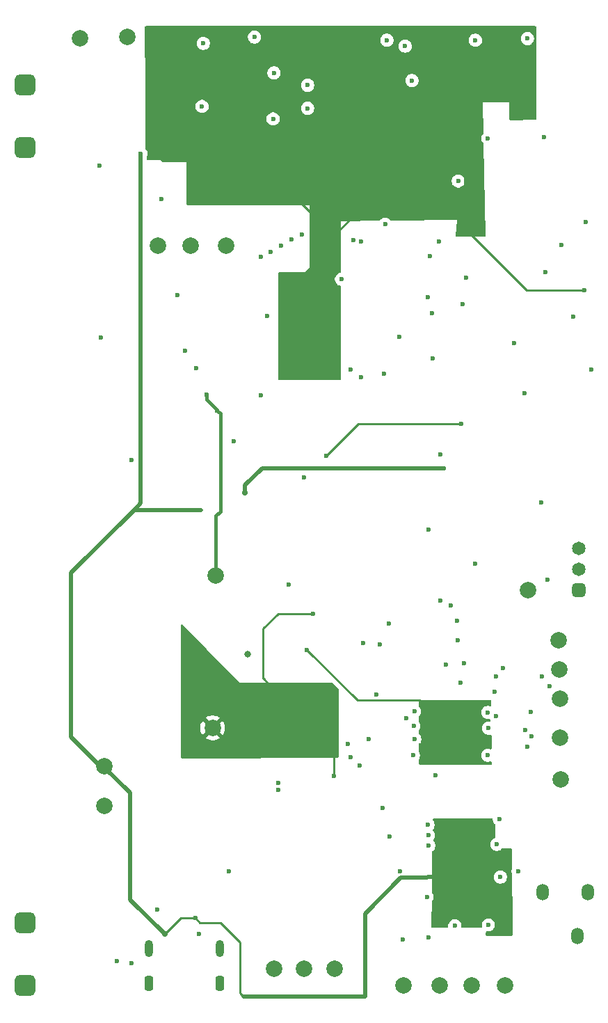
<source format=gbr>
%TF.GenerationSoftware,KiCad,Pcbnew,9.0.0*%
%TF.CreationDate,2025-08-08T14:04:16-04:00*%
%TF.ProjectId,Messages4,4d657373-6167-4657-9334-2e6b69636164,rev?*%
%TF.SameCoordinates,Original*%
%TF.FileFunction,Copper,L3,Inr*%
%TF.FilePolarity,Positive*%
%FSLAX46Y46*%
G04 Gerber Fmt 4.6, Leading zero omitted, Abs format (unit mm)*
G04 Created by KiCad (PCBNEW 9.0.0) date 2025-08-08 14:04:16*
%MOMM*%
%LPD*%
G01*
G04 APERTURE LIST*
G04 Aperture macros list*
%AMRoundRect*
0 Rectangle with rounded corners*
0 $1 Rounding radius*
0 $2 $3 $4 $5 $6 $7 $8 $9 X,Y pos of 4 corners*
0 Add a 4 corners polygon primitive as box body*
4,1,4,$2,$3,$4,$5,$6,$7,$8,$9,$2,$3,0*
0 Add four circle primitives for the rounded corners*
1,1,$1+$1,$2,$3*
1,1,$1+$1,$4,$5*
1,1,$1+$1,$6,$7*
1,1,$1+$1,$8,$9*
0 Add four rect primitives between the rounded corners*
20,1,$1+$1,$2,$3,$4,$5,0*
20,1,$1+$1,$4,$5,$6,$7,0*
20,1,$1+$1,$6,$7,$8,$9,0*
20,1,$1+$1,$8,$9,$2,$3,0*%
G04 Aperture macros list end*
%TA.AperFunction,ComponentPad*%
%ADD10C,2.000000*%
%TD*%
%TA.AperFunction,ComponentPad*%
%ADD11RoundRect,0.635000X-0.635000X-0.635000X0.635000X-0.635000X0.635000X0.635000X-0.635000X0.635000X0*%
%TD*%
%TA.AperFunction,ComponentPad*%
%ADD12RoundRect,0.635000X0.635000X0.635000X-0.635000X0.635000X-0.635000X-0.635000X0.635000X-0.635000X0*%
%TD*%
%TA.AperFunction,ComponentPad*%
%ADD13RoundRect,0.412500X0.412500X-0.412500X0.412500X0.412500X-0.412500X0.412500X-0.412500X-0.412500X0*%
%TD*%
%TA.AperFunction,ComponentPad*%
%ADD14C,1.650000*%
%TD*%
%TA.AperFunction,ComponentPad*%
%ADD15O,1.498600X2.006600*%
%TD*%
%TA.AperFunction,ComponentPad*%
%ADD16O,1.000000X2.100000*%
%TD*%
%TA.AperFunction,ComponentPad*%
%ADD17RoundRect,0.250000X-0.250000X-0.650000X0.250000X-0.650000X0.250000X0.650000X-0.250000X0.650000X0*%
%TD*%
%TA.AperFunction,ViaPad*%
%ADD18C,0.600000*%
%TD*%
%TA.AperFunction,ViaPad*%
%ADD19C,0.700000*%
%TD*%
%TA.AperFunction,ViaPad*%
%ADD20C,0.800000*%
%TD*%
%TA.AperFunction,Conductor*%
%ADD21C,0.500000*%
%TD*%
%TA.AperFunction,Conductor*%
%ADD22C,0.254000*%
%TD*%
%TA.AperFunction,Conductor*%
%ADD23C,0.400000*%
%TD*%
%TA.AperFunction,Conductor*%
%ADD24C,0.600000*%
%TD*%
G04 APERTURE END LIST*
D10*
%TO.N,Net-(-OUT_L1-Pad1)*%
%TO.C,-OUTL*%
X91175000Y-184500000D03*
%TD*%
%TO.N,Net-(U5--OUT_R)*%
%TO.C,-OUTR*%
X95025000Y-184500000D03*
%TD*%
%TO.N,Net-(U5-+OUT_R)*%
%TO.C,+OUTR*%
X99125000Y-184500000D03*
%TD*%
%TO.N,Net-(+OUT_L1-Pad1)*%
%TO.C,+OUTL*%
X86750000Y-184500000D03*
%TD*%
%TO.N,/Audio4/OUTL*%
%TO.C,OUTL1*%
X105925000Y-159450000D03*
%TD*%
%TO.N,GND*%
%TO.C,GND1*%
X50400000Y-162675000D03*
%TD*%
%TO.N,+5V*%
%TO.C,5V1*%
X63550000Y-153175000D03*
%TD*%
D11*
%TO.N,/Power4/ANODE*%
%TO.C,F1*%
X40700000Y-184477500D03*
X40700000Y-176857500D03*
D12*
%TO.N,/Power4/CATHODE*%
X40695000Y-82582500D03*
X40695000Y-74962500D03*
%TD*%
D13*
%TO.N,/Audio4/DAC_MONO*%
%TO.C,RV1*%
X108137500Y-136440000D03*
D14*
%TO.N,/Audio4/AMP_MONO*%
X108137500Y-133900000D03*
%TO.N,AGND*%
X108137500Y-131360000D03*
%TD*%
D10*
%TO.N,/I2S_LRCK*%
%TO.C,LRCK1*%
X105700000Y-146075000D03*
%TD*%
%TO.N,Net-(Q1-D)*%
%TO.C,DRAIN1*%
X65150000Y-94500000D03*
%TD*%
%TO.N,+5V*%
%TO.C,+5V1*%
X78400000Y-182500000D03*
%TD*%
D15*
%TO.N,AGND*%
%TO.C,J2*%
X107950124Y-178490435D03*
%TO.N,/Audio4/OUTL*%
X103699942Y-173190433D03*
%TO.N,/Audio4/OUTR*%
X109199941Y-173190433D03*
%TD*%
D10*
%TO.N,VBUS*%
%TO.C,VBUS1*%
X50400000Y-157850000D03*
%TD*%
%TO.N,/Audio4/OUTR*%
%TO.C,OUTR1*%
X105825000Y-154350000D03*
%TD*%
%TO.N,/Power4/CATHODE*%
%TO.C,HIV-1*%
X47425000Y-69250000D03*
%TD*%
%TO.N,/I2S_DOUT*%
%TO.C,DOUT1*%
X105650000Y-142500000D03*
%TD*%
%TO.N,/I2S_BCK*%
%TO.C,BCK1*%
X105800000Y-149675000D03*
%TD*%
%TO.N,Net-(D1-A)*%
%TO.C,STG1*%
X60900000Y-94500000D03*
%TD*%
%TO.N,+3.3V*%
%TO.C,+3.3V1*%
X63900000Y-134625000D03*
%TD*%
D16*
%TO.N,/MCU4/SHELL_GND*%
%TO.C,J1*%
X55780000Y-180070000D03*
X64420000Y-180070000D03*
D17*
X55780000Y-184250000D03*
X64420000Y-184250000D03*
%TD*%
D10*
%TO.N,/LAMP*%
%TO.C,LAMP1*%
X74675000Y-182525000D03*
%TD*%
%TO.N,Net-(Q1-G)*%
%TO.C,PWM1*%
X53175000Y-69150000D03*
%TD*%
%TO.N,GND*%
%TO.C,GND2*%
X71050000Y-182525000D03*
%TD*%
%TO.N,Net-(D1-K)*%
%TO.C,HIV+1*%
X56900000Y-94500000D03*
%TD*%
%TO.N,/Audio4/DAC_MONO*%
%TO.C,DAC_MONO1*%
X101925000Y-136400000D03*
%TD*%
D18*
%TO.N,Net-(C18-Pad1)*%
X86362500Y-170625000D03*
X89625000Y-173750000D03*
%TO.N,PGND*%
X93025000Y-177250000D03*
%TO.N,AGND*%
X97825000Y-148800000D03*
%TO.N,Net-(C3-Pad2)*%
X59275000Y-100500000D03*
%TO.N,/I2S_DOUT*%
X89775000Y-129075000D03*
X91225000Y-119950000D03*
%TO.N,/MOSI*%
X93937500Y-101662500D03*
X94400000Y-98400000D03*
X90225000Y-102750000D03*
%TO.N,/CS*%
X89750000Y-100800000D03*
%TO.N,+5V*%
X75800000Y-139275000D03*
X77375000Y-120125000D03*
%TO.N,VBUS*%
X91700000Y-121600000D03*
X54800000Y-83325000D03*
D19*
X67467900Y-124542900D03*
D18*
%TO.N,/BAT_SENSE*%
X90325000Y-108250000D03*
%TO.N,/Audio4/DAC_MONO*%
X93287500Y-140112500D03*
%TO.N,+3.3V*%
X88875000Y-155275000D03*
%TO.N,+5V*%
X93775000Y-116200000D03*
%TO.N,GND*%
X100200000Y-106400000D03*
%TO.N,/SCK*%
X90025000Y-95750000D03*
%TO.N,/MISO*%
X91087500Y-93987500D03*
%TO.N,Net-(J3-DAT2)*%
X107450000Y-103175000D03*
%TO.N,Net-(J3-DAT1)*%
X106012500Y-94400000D03*
%TO.N,GND*%
X108925000Y-91603400D03*
%TO.N,/Audio4/DAC_MONO*%
X92500000Y-138300000D03*
X91900000Y-145500000D03*
%TO.N,Net-(JP6-A)*%
X91225000Y-137675000D03*
X95450000Y-133250000D03*
%TO.N,/Audio4/AMP_MONO*%
X85025000Y-140475000D03*
X104300000Y-135150000D03*
%TO.N,/Audio4/OUTL*%
X98912500Y-145912500D03*
%TO.N,/I2S_DOUT*%
X104550000Y-148150000D03*
%TO.N,AGND*%
X87075000Y-151975000D03*
%TO.N,GND*%
X81850000Y-142900000D03*
%TO.N,AGND*%
X83900000Y-143025000D03*
%TO.N,+3.3V*%
X93175000Y-157350000D03*
%TO.N,Net-(U6-CAPP)*%
X88087500Y-151162500D03*
%TO.N,Net-(U6-CAPM)*%
X88025000Y-152950000D03*
X98025000Y-146900000D03*
%TO.N,Net-(U6-CAPP)*%
X94100000Y-145325000D03*
%TO.N,+5V*%
X78325000Y-159050000D03*
X74100000Y-151000000D03*
X61725000Y-145475000D03*
X76362500Y-149337500D03*
%TO.N,Net-(Q1-D)*%
X53700000Y-120625000D03*
%TO.N,/Audio4/OUTR*%
X83425000Y-149100000D03*
X81425000Y-157725000D03*
X93725000Y-147700000D03*
X71500000Y-160725000D03*
X93375000Y-142550000D03*
%TO.N,Net-(Q1-G)*%
X87800000Y-74425000D03*
%TO.N,/MOSI*%
X71895000Y-94525000D03*
%TO.N,/I2S_LRCK*%
X101550000Y-153450000D03*
%TO.N,/I2S_DOUT*%
X103625000Y-146950000D03*
X102312500Y-154212500D03*
%TO.N,/I2S_BCK*%
X101875000Y-155500000D03*
%TO.N,/MUTE*%
X86250000Y-105625000D03*
X79225000Y-98600000D03*
%TO.N,Net-(C3-Pad2)*%
X49975000Y-105725000D03*
%TO.N,/MISO*%
X74435000Y-93125000D03*
%TO.N,/CS*%
X70625000Y-95300000D03*
%TO.N,/EN*%
X86975000Y-70250000D03*
X68637500Y-69137500D03*
%TO.N,GND*%
X51887500Y-181537500D03*
D20*
X67800000Y-144175000D03*
D18*
X74650000Y-122675000D03*
X103537500Y-125800000D03*
X101537500Y-112425000D03*
X101850000Y-69325000D03*
X75100000Y-77800000D03*
X109628401Y-109600000D03*
X61575000Y-109450000D03*
X49775000Y-84750000D03*
X72773100Y-135776900D03*
X70900000Y-79100000D03*
X75100000Y-75000000D03*
X103850000Y-81350000D03*
X65500000Y-170600000D03*
X84750000Y-69525000D03*
X69375000Y-112700000D03*
X62400000Y-69900000D03*
X97050000Y-81475000D03*
X57325000Y-88875000D03*
X56787500Y-175300000D03*
X71000000Y-73500000D03*
X80650000Y-93850000D03*
X104075000Y-97750000D03*
X70200000Y-103100000D03*
X95525000Y-69525000D03*
X66150000Y-118325000D03*
%TO.N,/SCK*%
X73165000Y-93750000D03*
%TO.N,Net-(J1-CC2)*%
X53700000Y-181825000D03*
X61850000Y-178225000D03*
%TO.N,+3.3V*%
X56800000Y-83500000D03*
X94300000Y-92300000D03*
X62700000Y-71000000D03*
X101400000Y-78550000D03*
X64075000Y-114550000D03*
X95300000Y-76675000D03*
X97100000Y-150250000D03*
X62800000Y-112625000D03*
D19*
X73300000Y-99475000D03*
D18*
X89000000Y-150125000D03*
X108775000Y-99925000D03*
D19*
X78700000Y-93675000D03*
D18*
X75025000Y-143675000D03*
%TO.N,/GPIO0*%
X93425000Y-86650000D03*
X84550000Y-91900000D03*
%TO.N,VBUS*%
X99150000Y-177625000D03*
X98100000Y-168790000D03*
D19*
X57700000Y-178275000D03*
D18*
X90180000Y-171330000D03*
X95785000Y-174660000D03*
X61950000Y-126675000D03*
X61450000Y-176325000D03*
%TO.N,AGND*%
X97125000Y-153225000D03*
X87975000Y-156525000D03*
X97050000Y-151300000D03*
X84262500Y-162887500D03*
X97025000Y-156525000D03*
X102250000Y-151225000D03*
%TO.N,/BAT_SENSE*%
X69400000Y-95900000D03*
%TO.N,/RAD_IN*%
X62250000Y-77575000D03*
X81569916Y-110555084D03*
X81600000Y-93975000D03*
X60175000Y-107300000D03*
%TO.N,/MUTE_AMP*%
X80325000Y-109625000D03*
X84400000Y-110100000D03*
%TO.N,/AMP*%
X80000000Y-155125000D03*
X100725000Y-170625000D03*
%TO.N,Net-(U5-+OUT_R)*%
X98425000Y-164250000D03*
%TO.N,Net-(U5--OUT_R)*%
X98125000Y-167350000D03*
%TO.N,Net-(U6-LDOO)*%
X98037500Y-151787500D03*
X90675000Y-158925000D03*
%TO.N,Net-(U5-+OUT_L)*%
X89750000Y-164980000D03*
X86700000Y-178925000D03*
%TO.N,Net-(U5--OUT_L)*%
X89825000Y-178700000D03*
X89850000Y-167520000D03*
%TO.N,Net-(U6-OUTR)*%
X88150000Y-154575000D03*
X82500000Y-154575000D03*
X80337500Y-156712500D03*
X71500000Y-159900000D03*
%TO.N,PGND*%
X97100000Y-177150000D03*
X85075000Y-166425000D03*
X98550000Y-171330000D03*
X89775000Y-166250000D03*
%TD*%
D21*
%TO.N,VBUS*%
X90180000Y-171330000D02*
X89770000Y-171330000D01*
X89770000Y-171330000D02*
X89675000Y-171425000D01*
X89675000Y-171425000D02*
X86425000Y-171425000D01*
X86425000Y-171425000D02*
X82075000Y-175775000D01*
X82075000Y-175775000D02*
X82075000Y-185875000D01*
X82075000Y-185875000D02*
X67325000Y-185875000D01*
D22*
%TO.N,+5V*%
X75800000Y-139275000D02*
X71500000Y-139275000D01*
X69700000Y-141075000D02*
X69700000Y-147175000D01*
X71500000Y-139275000D02*
X69700000Y-141075000D01*
X69700000Y-147175000D02*
X69725000Y-147175000D01*
X69725000Y-147175000D02*
X70550000Y-148000000D01*
X70550000Y-148000000D02*
X75025000Y-148000000D01*
X75025000Y-148000000D02*
X76362500Y-149337500D01*
X81300000Y-116200000D02*
X77375000Y-120125000D01*
X93775000Y-116200000D02*
X81300000Y-116200000D01*
D21*
%TO.N,VBUS*%
X67467900Y-124542900D02*
X67467900Y-123682100D01*
X69550000Y-121600000D02*
X91700000Y-121600000D01*
X67467900Y-123682100D02*
X69550000Y-121600000D01*
X54800000Y-83325000D02*
X54800000Y-125875000D01*
X54800000Y-125875000D02*
X54000000Y-126675000D01*
D22*
%TO.N,+5V*%
X78325000Y-159050000D02*
X78325000Y-155225000D01*
X78325000Y-155225000D02*
X74100000Y-151000000D01*
%TO.N,/MCU4/SHELL_GND*%
X55780000Y-180070000D02*
X55800000Y-180050000D01*
D23*
%TO.N,+3.3V*%
X63900000Y-127400000D02*
X64475000Y-126825000D01*
X63900000Y-134625000D02*
X63900000Y-127400000D01*
D22*
X94300000Y-92450000D02*
X101775000Y-99925000D01*
X73375000Y-88425000D02*
X64875000Y-88425000D01*
X94300000Y-92100000D02*
X94225000Y-92025000D01*
X57450000Y-84150000D02*
X56800000Y-83500000D01*
X78625000Y-93675000D02*
X73375000Y-88425000D01*
X95300000Y-76675000D02*
X99525000Y-76675000D01*
X94225000Y-90900000D02*
X94225000Y-77750000D01*
X64875000Y-88425000D02*
X60600000Y-84150000D01*
X60900000Y-72800000D02*
X60900000Y-77800000D01*
X62700000Y-71000000D02*
X60900000Y-72800000D01*
X78700000Y-92875000D02*
X80675000Y-90900000D01*
X99525000Y-76675000D02*
X101400000Y-78550000D01*
D23*
X62800000Y-113250000D02*
X64075000Y-114525000D01*
D22*
X94225000Y-77750000D02*
X95300000Y-76675000D01*
X78700000Y-93675000D02*
X78625000Y-93675000D01*
X88675000Y-149800000D02*
X81150000Y-149800000D01*
X94300000Y-92300000D02*
X94300000Y-92450000D01*
D24*
X78700000Y-93675000D02*
X78700000Y-94075000D01*
D22*
X81150000Y-149800000D02*
X75025000Y-143675000D01*
X60600000Y-84150000D02*
X57450000Y-84150000D01*
D23*
X64075000Y-114525000D02*
X64075000Y-114550000D01*
D22*
X80675000Y-90900000D02*
X94225000Y-90900000D01*
X101775000Y-99925000D02*
X108775000Y-99925000D01*
X78700000Y-93675000D02*
X78700000Y-92875000D01*
X56800000Y-81900000D02*
X56800000Y-83500000D01*
D23*
X64475000Y-126825000D02*
X64475000Y-114950000D01*
D22*
X60900000Y-77800000D02*
X56800000Y-81900000D01*
D23*
X62800000Y-112625000D02*
X62800000Y-113250000D01*
D24*
X78700000Y-94075000D02*
X73300000Y-99475000D01*
D23*
X64475000Y-114950000D02*
X64075000Y-114550000D01*
D22*
X94300000Y-92300000D02*
X94300000Y-92100000D01*
X94225000Y-92025000D02*
X94225000Y-90900000D01*
X89000000Y-150125000D02*
X88675000Y-149800000D01*
D21*
%TO.N,VBUS*%
X50400000Y-157975000D02*
X50400000Y-157850000D01*
X57700000Y-178275000D02*
X53500000Y-174075000D01*
X46325000Y-134350000D02*
X54000000Y-126675000D01*
X53500000Y-174075000D02*
X53500000Y-161075000D01*
X46325000Y-154300000D02*
X46325000Y-134350000D01*
D22*
X57700000Y-178275000D02*
X59675000Y-176300000D01*
D21*
X49875000Y-157850000D02*
X46325000Y-154300000D01*
X50400000Y-157850000D02*
X49875000Y-157850000D01*
D22*
X61425000Y-176300000D02*
X61450000Y-176325000D01*
X66900000Y-185450000D02*
X66900000Y-179250000D01*
X67325000Y-185875000D02*
X66900000Y-185450000D01*
X66900000Y-179250000D02*
X64525000Y-176875000D01*
D21*
X53500000Y-161075000D02*
X50400000Y-157975000D01*
D22*
X64525000Y-176875000D02*
X62000000Y-176875000D01*
D21*
X61950000Y-126675000D02*
X62125000Y-126675000D01*
D22*
X59675000Y-176300000D02*
X61425000Y-176300000D01*
X62000000Y-176875000D02*
X61450000Y-176325000D01*
D21*
X54000000Y-126675000D02*
X61950000Y-126675000D01*
%TD*%
%TA.AperFunction,Conductor*%
%TO.N,+5V*%
G36*
X59880473Y-140636949D02*
G01*
X59888285Y-140644315D01*
X62811125Y-143649778D01*
X66750000Y-147700000D01*
X78063956Y-147653248D01*
X78131073Y-147672654D01*
X78152146Y-147689565D01*
X78819323Y-148356742D01*
X78852808Y-148418065D01*
X78855639Y-148443542D01*
X78914147Y-156675353D01*
X78894939Y-156742530D01*
X78842462Y-156788659D01*
X78790638Y-156800233D01*
X59820346Y-156874824D01*
X59753229Y-156855403D01*
X59707267Y-156802780D01*
X59695858Y-156750983D01*
X59695847Y-156742530D01*
X59691138Y-153056947D01*
X62050000Y-153056947D01*
X62050000Y-153293052D01*
X62086934Y-153526247D01*
X62159897Y-153750802D01*
X62267087Y-153961174D01*
X62327338Y-154044104D01*
X62327340Y-154044105D01*
X63067037Y-153304408D01*
X63084075Y-153367993D01*
X63149901Y-153482007D01*
X63242993Y-153575099D01*
X63357007Y-153640925D01*
X63420590Y-153657962D01*
X62680893Y-154397658D01*
X62763828Y-154457914D01*
X62974197Y-154565102D01*
X63198752Y-154638065D01*
X63198751Y-154638065D01*
X63431948Y-154675000D01*
X63668052Y-154675000D01*
X63901247Y-154638065D01*
X64125802Y-154565102D01*
X64336163Y-154457918D01*
X64336169Y-154457914D01*
X64419104Y-154397658D01*
X64419105Y-154397658D01*
X63679408Y-153657962D01*
X63742993Y-153640925D01*
X63857007Y-153575099D01*
X63950099Y-153482007D01*
X64015925Y-153367993D01*
X64032962Y-153304409D01*
X64772658Y-154044105D01*
X64772658Y-154044104D01*
X64832914Y-153961169D01*
X64832918Y-153961163D01*
X64940102Y-153750802D01*
X65013065Y-153526247D01*
X65050000Y-153293052D01*
X65050000Y-153056947D01*
X65013065Y-152823752D01*
X64940102Y-152599197D01*
X64832914Y-152388828D01*
X64772658Y-152305894D01*
X64772658Y-152305893D01*
X64032962Y-153045590D01*
X64015925Y-152982007D01*
X63950099Y-152867993D01*
X63857007Y-152774901D01*
X63742993Y-152709075D01*
X63679409Y-152692037D01*
X64419105Y-151952340D01*
X64419104Y-151952338D01*
X64336174Y-151892087D01*
X64125802Y-151784897D01*
X63901247Y-151711934D01*
X63901248Y-151711934D01*
X63668052Y-151675000D01*
X63431948Y-151675000D01*
X63198752Y-151711934D01*
X62974197Y-151784897D01*
X62763830Y-151892084D01*
X62680894Y-151952340D01*
X63420591Y-152692037D01*
X63357007Y-152709075D01*
X63242993Y-152774901D01*
X63149901Y-152867993D01*
X63084075Y-152982007D01*
X63067037Y-153045591D01*
X62327340Y-152305894D01*
X62267084Y-152388830D01*
X62159897Y-152599197D01*
X62086934Y-152823752D01*
X62050000Y-153056947D01*
X59691138Y-153056947D01*
X59675390Y-140730921D01*
X59694989Y-140663860D01*
X59747734Y-140618038D01*
X59816880Y-140608006D01*
X59880473Y-140636949D01*
G37*
%TD.AperFunction*%
%TD*%
%TA.AperFunction,Conductor*%
%TO.N,+3.3V*%
G36*
X97418344Y-149819749D02*
G01*
X97464159Y-149872500D01*
X97475423Y-149923717D01*
X97477137Y-150424469D01*
X97457682Y-150491575D01*
X97405035Y-150537510D01*
X97335911Y-150547691D01*
X97305690Y-150539455D01*
X97283497Y-150530263D01*
X97283493Y-150530262D01*
X97283489Y-150530261D01*
X97128845Y-150499500D01*
X97128842Y-150499500D01*
X96971158Y-150499500D01*
X96971155Y-150499500D01*
X96816510Y-150530261D01*
X96816498Y-150530264D01*
X96670827Y-150590602D01*
X96670814Y-150590609D01*
X96539711Y-150678210D01*
X96539707Y-150678213D01*
X96428213Y-150789707D01*
X96428210Y-150789711D01*
X96340609Y-150920814D01*
X96340602Y-150920827D01*
X96280264Y-151066498D01*
X96280261Y-151066510D01*
X96249500Y-151221153D01*
X96249500Y-151378846D01*
X96280261Y-151533489D01*
X96280264Y-151533501D01*
X96340602Y-151679172D01*
X96340609Y-151679185D01*
X96428210Y-151810288D01*
X96428213Y-151810292D01*
X96539707Y-151921786D01*
X96539711Y-151921789D01*
X96670814Y-152009390D01*
X96670827Y-152009397D01*
X96816498Y-152069735D01*
X96816503Y-152069737D01*
X96943503Y-152094999D01*
X96971153Y-152100499D01*
X96971156Y-152100500D01*
X96971158Y-152100500D01*
X97128843Y-152100500D01*
X97187802Y-152088772D01*
X97257393Y-152094999D01*
X97312571Y-152137861D01*
X97316871Y-152144231D01*
X97322511Y-152153172D01*
X97328106Y-152166679D01*
X97380417Y-152244968D01*
X97381287Y-152246347D01*
X97390422Y-152278459D01*
X97400390Y-152310291D01*
X97399942Y-152311921D01*
X97400406Y-152313550D01*
X97390731Y-152345500D01*
X97381906Y-152377672D01*
X97380647Y-152378802D01*
X97380157Y-152380422D01*
X97354748Y-152402065D01*
X97329927Y-152424362D01*
X97328257Y-152424632D01*
X97326969Y-152425730D01*
X97293882Y-152430202D01*
X97260957Y-152435538D01*
X97257981Y-152435055D01*
X97257729Y-152435090D01*
X97257482Y-152434974D01*
X97252219Y-152434122D01*
X97203846Y-152424500D01*
X97203842Y-152424500D01*
X97046158Y-152424500D01*
X97046155Y-152424500D01*
X96891510Y-152455261D01*
X96891498Y-152455264D01*
X96745827Y-152515602D01*
X96745814Y-152515609D01*
X96614711Y-152603210D01*
X96614707Y-152603213D01*
X96503213Y-152714707D01*
X96503210Y-152714711D01*
X96415609Y-152845814D01*
X96415602Y-152845827D01*
X96355264Y-152991498D01*
X96355261Y-152991510D01*
X96324500Y-153146153D01*
X96324500Y-153303846D01*
X96355261Y-153458489D01*
X96355264Y-153458501D01*
X96415602Y-153604172D01*
X96415609Y-153604185D01*
X96503210Y-153735288D01*
X96503213Y-153735292D01*
X96614707Y-153846786D01*
X96614711Y-153846789D01*
X96745814Y-153934390D01*
X96745827Y-153934397D01*
X96891498Y-153994735D01*
X96891503Y-153994737D01*
X97046153Y-154025499D01*
X97046156Y-154025500D01*
X97046158Y-154025500D01*
X97203844Y-154025500D01*
X97341600Y-153998098D01*
X97411192Y-154004325D01*
X97466369Y-154047188D01*
X97489614Y-154113077D01*
X97489791Y-154119290D01*
X97495093Y-155667260D01*
X97475638Y-155734367D01*
X97422991Y-155780302D01*
X97353867Y-155790483D01*
X97323642Y-155782246D01*
X97258501Y-155755264D01*
X97258489Y-155755261D01*
X97103845Y-155724500D01*
X97103842Y-155724500D01*
X96946158Y-155724500D01*
X96946155Y-155724500D01*
X96791510Y-155755261D01*
X96791498Y-155755264D01*
X96645827Y-155815602D01*
X96645814Y-155815609D01*
X96514711Y-155903210D01*
X96514707Y-155903213D01*
X96403213Y-156014707D01*
X96403210Y-156014711D01*
X96315609Y-156145814D01*
X96315602Y-156145827D01*
X96255264Y-156291498D01*
X96255261Y-156291510D01*
X96224500Y-156446153D01*
X96224500Y-156603846D01*
X96255261Y-156758489D01*
X96255264Y-156758501D01*
X96315602Y-156904172D01*
X96315609Y-156904185D01*
X96403210Y-157035288D01*
X96403213Y-157035292D01*
X96514707Y-157146786D01*
X96514711Y-157146789D01*
X96645814Y-157234390D01*
X96645827Y-157234397D01*
X96720493Y-157265324D01*
X96791503Y-157294737D01*
X96946153Y-157325499D01*
X96946156Y-157325500D01*
X96946158Y-157325500D01*
X97103844Y-157325500D01*
X97103845Y-157325499D01*
X97258497Y-157294737D01*
X97329507Y-157265323D01*
X97398974Y-157257855D01*
X97461453Y-157289130D01*
X97497106Y-157349219D01*
X97500957Y-157379460D01*
X97501458Y-157525575D01*
X97482004Y-157592681D01*
X97429357Y-157638617D01*
X97377459Y-157650000D01*
X88749000Y-157650000D01*
X88681961Y-157630315D01*
X88636206Y-157577511D01*
X88625000Y-157526000D01*
X88625000Y-157030683D01*
X88644685Y-156963644D01*
X88645857Y-156961853D01*
X88684394Y-156904179D01*
X88744737Y-156758497D01*
X88775500Y-156603842D01*
X88775500Y-156446158D01*
X88775500Y-156446155D01*
X88775499Y-156446153D01*
X88744738Y-156291510D01*
X88744737Y-156291503D01*
X88684394Y-156145821D01*
X88645897Y-156088206D01*
X88625020Y-156021529D01*
X88625000Y-156019316D01*
X88625000Y-155283441D01*
X88644685Y-155216402D01*
X88661319Y-155195760D01*
X88771786Y-155085292D01*
X88771789Y-155085289D01*
X88859394Y-154954179D01*
X88919737Y-154808497D01*
X88950500Y-154653842D01*
X88950500Y-154496158D01*
X88950500Y-154496155D01*
X88950499Y-154496153D01*
X88919738Y-154341510D01*
X88919737Y-154341503D01*
X88919735Y-154341498D01*
X88859397Y-154195827D01*
X88859390Y-154195814D01*
X88771789Y-154064711D01*
X88771786Y-154064707D01*
X88661319Y-153954240D01*
X88627834Y-153892917D01*
X88625000Y-153866559D01*
X88625000Y-153530513D01*
X88644685Y-153463474D01*
X88645898Y-153461622D01*
X88646789Y-153460289D01*
X88734394Y-153329179D01*
X88794737Y-153183497D01*
X88825500Y-153028842D01*
X88825500Y-152871158D01*
X88825500Y-152871155D01*
X88825499Y-152871153D01*
X88794738Y-152716510D01*
X88794737Y-152716503D01*
X88793993Y-152714707D01*
X88734397Y-152570827D01*
X88734390Y-152570814D01*
X88645898Y-152438377D01*
X88625020Y-152371700D01*
X88625000Y-152369486D01*
X88625000Y-151808440D01*
X88644685Y-151741401D01*
X88661320Y-151720758D01*
X88709286Y-151672792D01*
X88709289Y-151672789D01*
X88796894Y-151541679D01*
X88857237Y-151395997D01*
X88888000Y-151241342D01*
X88888000Y-151083658D01*
X88888000Y-151083655D01*
X88887999Y-151083653D01*
X88875206Y-151019337D01*
X88857237Y-150929003D01*
X88857235Y-150928998D01*
X88796897Y-150783327D01*
X88796890Y-150783314D01*
X88709289Y-150652211D01*
X88709286Y-150652207D01*
X88661319Y-150604240D01*
X88627834Y-150542917D01*
X88625000Y-150516559D01*
X88625000Y-149934008D01*
X88644685Y-149866969D01*
X88697489Y-149821214D01*
X88748853Y-149810008D01*
X97351285Y-149800141D01*
X97418344Y-149819749D01*
G37*
%TD.AperFunction*%
%TD*%
%TA.AperFunction,Conductor*%
%TO.N,VBUS*%
G36*
X97566878Y-164196476D02*
G01*
X97612966Y-164248990D01*
X97624500Y-164301214D01*
X97624500Y-164328846D01*
X97655261Y-164483489D01*
X97655264Y-164483501D01*
X97715602Y-164629172D01*
X97715609Y-164629185D01*
X97803209Y-164760287D01*
X97803210Y-164760288D01*
X97803211Y-164760289D01*
X97888682Y-164845760D01*
X97922166Y-164907081D01*
X97925000Y-164933440D01*
X97925000Y-166483533D01*
X97905315Y-166550572D01*
X97852511Y-166596327D01*
X97848453Y-166598094D01*
X97745824Y-166640604D01*
X97745814Y-166640609D01*
X97614711Y-166728210D01*
X97614707Y-166728213D01*
X97503213Y-166839707D01*
X97503210Y-166839711D01*
X97415609Y-166970814D01*
X97415602Y-166970827D01*
X97355264Y-167116498D01*
X97355261Y-167116510D01*
X97324500Y-167271153D01*
X97324500Y-167428846D01*
X97355261Y-167583489D01*
X97355264Y-167583501D01*
X97415602Y-167729172D01*
X97415609Y-167729185D01*
X97503210Y-167860288D01*
X97503213Y-167860292D01*
X97614707Y-167971786D01*
X97614711Y-167971789D01*
X97745814Y-168059390D01*
X97745827Y-168059397D01*
X97891498Y-168119735D01*
X97891503Y-168119737D01*
X98046153Y-168150499D01*
X98046156Y-168150500D01*
X98046158Y-168150500D01*
X98203844Y-168150500D01*
X98203845Y-168150499D01*
X98358497Y-168119737D01*
X98504179Y-168059394D01*
X98635289Y-167971789D01*
X98658078Y-167949000D01*
X98745760Y-167861319D01*
X98807083Y-167827834D01*
X98833441Y-167825000D01*
X99851000Y-167825000D01*
X99918039Y-167844685D01*
X99963794Y-167897489D01*
X99975000Y-167949000D01*
X99975000Y-170124999D01*
X99984439Y-170147787D01*
X99983407Y-170148214D01*
X99995108Y-170166294D01*
X99996061Y-170172780D01*
X99997407Y-170175245D01*
X100000240Y-170201213D01*
X100000417Y-170257432D01*
X99990980Y-170305273D01*
X99955262Y-170391506D01*
X99955260Y-170391511D01*
X99924500Y-170546153D01*
X99924500Y-170703846D01*
X99955261Y-170858494D01*
X99955263Y-170858498D01*
X99993313Y-170950359D01*
X100002751Y-170997421D01*
X100019636Y-176349500D01*
X100025024Y-178057603D01*
X100025949Y-178350609D01*
X100006476Y-178417710D01*
X99953817Y-178463631D01*
X99901950Y-178475000D01*
X96924000Y-178475000D01*
X96856961Y-178455315D01*
X96811206Y-178402511D01*
X96800000Y-178351000D01*
X96800000Y-178057603D01*
X96819685Y-177990564D01*
X96872489Y-177944809D01*
X96941647Y-177934865D01*
X96948192Y-177935986D01*
X97021155Y-177950500D01*
X97021158Y-177950500D01*
X97178844Y-177950500D01*
X97178845Y-177950499D01*
X97333497Y-177919737D01*
X97479179Y-177859394D01*
X97610289Y-177771789D01*
X97721789Y-177660289D01*
X97809394Y-177529179D01*
X97869737Y-177383497D01*
X97900500Y-177228842D01*
X97900500Y-177071158D01*
X97900500Y-177071155D01*
X97900499Y-177071153D01*
X97869738Y-176916510D01*
X97869737Y-176916503D01*
X97850812Y-176870814D01*
X97809397Y-176770827D01*
X97809390Y-176770814D01*
X97721789Y-176639711D01*
X97721786Y-176639707D01*
X97610292Y-176528213D01*
X97610288Y-176528210D01*
X97479185Y-176440609D01*
X97479172Y-176440602D01*
X97333501Y-176380264D01*
X97333489Y-176380261D01*
X97178845Y-176349500D01*
X97178842Y-176349500D01*
X97021158Y-176349500D01*
X97021155Y-176349500D01*
X96866510Y-176380261D01*
X96866498Y-176380264D01*
X96720827Y-176440602D01*
X96720814Y-176440609D01*
X96589711Y-176528210D01*
X96589707Y-176528213D01*
X96478213Y-176639707D01*
X96478210Y-176639711D01*
X96390609Y-176770814D01*
X96390602Y-176770827D01*
X96330264Y-176916498D01*
X96330261Y-176916510D01*
X96299500Y-177071153D01*
X96299500Y-177228846D01*
X96328932Y-177376809D01*
X96322705Y-177446400D01*
X96279842Y-177501578D01*
X96213952Y-177524822D01*
X96207315Y-177525000D01*
X93937576Y-177525000D01*
X93870537Y-177505315D01*
X93824782Y-177452511D01*
X93814838Y-177383353D01*
X93815959Y-177376808D01*
X93825500Y-177328844D01*
X93825500Y-177171155D01*
X93825499Y-177171153D01*
X93794737Y-177016503D01*
X93753314Y-176916498D01*
X93734397Y-176870827D01*
X93734390Y-176870814D01*
X93646789Y-176739711D01*
X93646786Y-176739707D01*
X93535292Y-176628213D01*
X93535288Y-176628210D01*
X93404185Y-176540609D01*
X93404172Y-176540602D01*
X93258501Y-176480264D01*
X93258489Y-176480261D01*
X93103845Y-176449500D01*
X93103842Y-176449500D01*
X92946158Y-176449500D01*
X92946155Y-176449500D01*
X92791510Y-176480261D01*
X92791498Y-176480264D01*
X92645827Y-176540602D01*
X92645814Y-176540609D01*
X92514711Y-176628210D01*
X92514707Y-176628213D01*
X92403213Y-176739707D01*
X92403210Y-176739711D01*
X92315609Y-176870814D01*
X92315602Y-176870827D01*
X92255264Y-177016498D01*
X92255261Y-177016510D01*
X92224500Y-177171153D01*
X92224500Y-177328844D01*
X92234041Y-177376808D01*
X92227814Y-177446399D01*
X92184952Y-177501577D01*
X92119062Y-177524822D01*
X92112424Y-177525000D01*
X90318905Y-177525000D01*
X90251866Y-177505315D01*
X90206111Y-177452511D01*
X90194905Y-177400762D01*
X90196176Y-176739707D01*
X90200757Y-174357441D01*
X90220571Y-174290442D01*
X90237077Y-174270000D01*
X90246789Y-174260289D01*
X90334394Y-174129179D01*
X90394737Y-173983497D01*
X90425500Y-173828842D01*
X90425500Y-173671158D01*
X90425500Y-173671155D01*
X90425499Y-173671153D01*
X90394738Y-173516510D01*
X90394737Y-173516503D01*
X90394735Y-173516498D01*
X90334397Y-173370827D01*
X90334390Y-173370814D01*
X90246789Y-173239711D01*
X90246786Y-173239707D01*
X90239409Y-173232330D01*
X90205924Y-173171007D01*
X90203090Y-173144411D01*
X90205040Y-172130499D01*
X90206731Y-171251153D01*
X97749500Y-171251153D01*
X97749500Y-171408846D01*
X97780261Y-171563489D01*
X97780264Y-171563501D01*
X97840602Y-171709172D01*
X97840609Y-171709185D01*
X97928210Y-171840288D01*
X97928213Y-171840292D01*
X98039707Y-171951786D01*
X98039711Y-171951789D01*
X98170814Y-172039390D01*
X98170827Y-172039397D01*
X98316498Y-172099735D01*
X98316503Y-172099737D01*
X98471153Y-172130499D01*
X98471156Y-172130500D01*
X98471158Y-172130500D01*
X98628844Y-172130500D01*
X98628845Y-172130499D01*
X98783497Y-172099737D01*
X98929179Y-172039394D01*
X99060289Y-171951789D01*
X99171789Y-171840289D01*
X99259394Y-171709179D01*
X99319737Y-171563497D01*
X99350500Y-171408842D01*
X99350500Y-171251158D01*
X99350500Y-171251155D01*
X99350499Y-171251153D01*
X99319738Y-171096510D01*
X99319737Y-171096503D01*
X99319735Y-171096498D01*
X99259397Y-170950827D01*
X99259390Y-170950814D01*
X99171789Y-170819711D01*
X99171786Y-170819707D01*
X99060292Y-170708213D01*
X99060288Y-170708210D01*
X98929185Y-170620609D01*
X98929172Y-170620602D01*
X98783501Y-170560264D01*
X98783489Y-170560261D01*
X98628845Y-170529500D01*
X98628842Y-170529500D01*
X98471158Y-170529500D01*
X98471155Y-170529500D01*
X98316510Y-170560261D01*
X98316498Y-170560264D01*
X98170827Y-170620602D01*
X98170814Y-170620609D01*
X98039711Y-170708210D01*
X98039707Y-170708213D01*
X97928213Y-170819707D01*
X97928210Y-170819711D01*
X97840609Y-170950814D01*
X97840602Y-170950827D01*
X97780264Y-171096498D01*
X97780261Y-171096510D01*
X97749500Y-171251153D01*
X90206731Y-171251153D01*
X90212394Y-168306647D01*
X90232207Y-168239649D01*
X90267501Y-168203788D01*
X90360289Y-168141789D01*
X90471789Y-168030289D01*
X90559394Y-167899179D01*
X90619737Y-167753497D01*
X90650500Y-167598842D01*
X90650500Y-167441158D01*
X90650500Y-167441155D01*
X90650499Y-167441153D01*
X90619738Y-167286510D01*
X90619737Y-167286503D01*
X90613379Y-167271153D01*
X90559397Y-167140827D01*
X90559390Y-167140814D01*
X90471789Y-167009711D01*
X90471786Y-167009707D01*
X90397259Y-166935180D01*
X90363774Y-166873857D01*
X90368758Y-166804165D01*
X90393587Y-166765534D01*
X90392928Y-166764993D01*
X90396791Y-166760286D01*
X90484390Y-166629185D01*
X90484390Y-166629184D01*
X90484394Y-166629179D01*
X90544737Y-166483497D01*
X90575500Y-166328842D01*
X90575500Y-166171158D01*
X90575500Y-166171155D01*
X90575499Y-166171153D01*
X90544738Y-166016510D01*
X90544737Y-166016503D01*
X90544735Y-166016498D01*
X90484397Y-165870827D01*
X90484390Y-165870814D01*
X90396789Y-165739711D01*
X90396786Y-165739707D01*
X90347260Y-165690182D01*
X90313774Y-165628859D01*
X90318758Y-165559168D01*
X90347258Y-165514819D01*
X90371789Y-165490289D01*
X90459394Y-165359179D01*
X90519737Y-165213497D01*
X90550500Y-165058842D01*
X90550500Y-164901158D01*
X90550500Y-164901155D01*
X90550499Y-164901153D01*
X90522479Y-164760289D01*
X90519737Y-164746503D01*
X90471143Y-164629185D01*
X90459397Y-164600827D01*
X90459390Y-164600814D01*
X90371789Y-164469711D01*
X90371786Y-164469707D01*
X90335766Y-164433687D01*
X90302281Y-164372364D01*
X90307265Y-164302672D01*
X90349137Y-164246739D01*
X90414601Y-164222322D01*
X90422634Y-164222009D01*
X97499720Y-164177217D01*
X97566878Y-164196476D01*
G37*
%TD.AperFunction*%
%TD*%
%TA.AperFunction,Conductor*%
%TO.N,+3.3V*%
G36*
X102868039Y-67820185D02*
G01*
X102913794Y-67872989D01*
X102925000Y-67924500D01*
X102925000Y-79077893D01*
X102905315Y-79144932D01*
X102852511Y-79190687D01*
X102802907Y-79201878D01*
X99798205Y-79248104D01*
X99730871Y-79229453D01*
X99684309Y-79177359D01*
X99672327Y-79126808D01*
X99669923Y-79015998D01*
X99627273Y-77050000D01*
X96385737Y-77050000D01*
X96476360Y-80862217D01*
X96458274Y-80929705D01*
X96440079Y-80952843D01*
X96428208Y-80964714D01*
X96340609Y-81095814D01*
X96340602Y-81095827D01*
X96280264Y-81241498D01*
X96280261Y-81241510D01*
X96249500Y-81396153D01*
X96249500Y-81553846D01*
X96280261Y-81708489D01*
X96280264Y-81708501D01*
X96340602Y-81854172D01*
X96340609Y-81854185D01*
X96428210Y-81985288D01*
X96428213Y-81985292D01*
X96469775Y-82026854D01*
X96503260Y-82088177D01*
X96506059Y-82111588D01*
X96772002Y-93298919D01*
X96753916Y-93366407D01*
X96702214Y-93413404D01*
X96648886Y-93425863D01*
X93261107Y-93449067D01*
X93193935Y-93429842D01*
X93147819Y-93377353D01*
X93136718Y-93314397D01*
X93300000Y-91425000D01*
X93299998Y-91425000D01*
X93299999Y-91424999D01*
X85298673Y-91479153D01*
X85231502Y-91459923D01*
X85194732Y-91424047D01*
X85171789Y-91389711D01*
X85171786Y-91389707D01*
X85060292Y-91278213D01*
X85060288Y-91278210D01*
X84929185Y-91190609D01*
X84929172Y-91190602D01*
X84783501Y-91130264D01*
X84783489Y-91130261D01*
X84628845Y-91099500D01*
X84628842Y-91099500D01*
X84471158Y-91099500D01*
X84471155Y-91099500D01*
X84316510Y-91130261D01*
X84316498Y-91130264D01*
X84170827Y-91190602D01*
X84170814Y-91190609D01*
X84039711Y-91278210D01*
X84039707Y-91278213D01*
X83928211Y-91389709D01*
X83898471Y-91434218D01*
X83844858Y-91479022D01*
X83796209Y-91489322D01*
X79175000Y-91520601D01*
X79175000Y-97691998D01*
X79155315Y-97759037D01*
X79102511Y-97804792D01*
X79075192Y-97813615D01*
X78991508Y-97830261D01*
X78991498Y-97830264D01*
X78845827Y-97890602D01*
X78845814Y-97890609D01*
X78714711Y-97978210D01*
X78714707Y-97978213D01*
X78603213Y-98089707D01*
X78603210Y-98089711D01*
X78515609Y-98220814D01*
X78515602Y-98220827D01*
X78455264Y-98366498D01*
X78455261Y-98366510D01*
X78424500Y-98521153D01*
X78424500Y-98678846D01*
X78455261Y-98833489D01*
X78455264Y-98833501D01*
X78515602Y-98979172D01*
X78515609Y-98979185D01*
X78603210Y-99110288D01*
X78603213Y-99110292D01*
X78714707Y-99221786D01*
X78714711Y-99221789D01*
X78845814Y-99309390D01*
X78845827Y-99309397D01*
X78991498Y-99369735D01*
X78991503Y-99369737D01*
X79038302Y-99379046D01*
X79075191Y-99386384D01*
X79137102Y-99418769D01*
X79171676Y-99479484D01*
X79175000Y-99508001D01*
X79175000Y-110776000D01*
X79155315Y-110843039D01*
X79102511Y-110888794D01*
X79051000Y-110900000D01*
X71674000Y-110900000D01*
X71606961Y-110880315D01*
X71561206Y-110827511D01*
X71550000Y-110776000D01*
X71550000Y-97849000D01*
X71569685Y-97781961D01*
X71622489Y-97736206D01*
X71674000Y-97725000D01*
X75300000Y-97725000D01*
X75300000Y-89575000D01*
X60498435Y-89575000D01*
X60431396Y-89555315D01*
X60385641Y-89502511D01*
X60374436Y-89451566D01*
X60365299Y-87450499D01*
X60361284Y-86571153D01*
X92624500Y-86571153D01*
X92624500Y-86728846D01*
X92655261Y-86883489D01*
X92655264Y-86883501D01*
X92715602Y-87029172D01*
X92715609Y-87029185D01*
X92803210Y-87160288D01*
X92803213Y-87160292D01*
X92914707Y-87271786D01*
X92914711Y-87271789D01*
X93045814Y-87359390D01*
X93045827Y-87359397D01*
X93191498Y-87419735D01*
X93191503Y-87419737D01*
X93346153Y-87450499D01*
X93346156Y-87450500D01*
X93346158Y-87450500D01*
X93503844Y-87450500D01*
X93503845Y-87450499D01*
X93658497Y-87419737D01*
X93804179Y-87359394D01*
X93935289Y-87271789D01*
X94046789Y-87160289D01*
X94134394Y-87029179D01*
X94194737Y-86883497D01*
X94225500Y-86728842D01*
X94225500Y-86571158D01*
X94225500Y-86571155D01*
X94225499Y-86571153D01*
X94194738Y-86416510D01*
X94194737Y-86416503D01*
X94194735Y-86416498D01*
X94134397Y-86270827D01*
X94134390Y-86270814D01*
X94046789Y-86139711D01*
X94046786Y-86139707D01*
X93935292Y-86028213D01*
X93935288Y-86028210D01*
X93804185Y-85940609D01*
X93804172Y-85940602D01*
X93658501Y-85880264D01*
X93658489Y-85880261D01*
X93503845Y-85849500D01*
X93503842Y-85849500D01*
X93346158Y-85849500D01*
X93346155Y-85849500D01*
X93191510Y-85880261D01*
X93191498Y-85880264D01*
X93045827Y-85940602D01*
X93045814Y-85940609D01*
X92914711Y-86028210D01*
X92914707Y-86028213D01*
X92803213Y-86139707D01*
X92803210Y-86139711D01*
X92715609Y-86270814D01*
X92715602Y-86270827D01*
X92655264Y-86416498D01*
X92655261Y-86416510D01*
X92624500Y-86571153D01*
X60361284Y-86571153D01*
X60350000Y-84100000D01*
X60349999Y-84100000D01*
X60349999Y-84099999D01*
X55675126Y-84123609D01*
X55607988Y-84104264D01*
X55561967Y-84051691D01*
X55550500Y-83999611D01*
X55550500Y-83629604D01*
X55559939Y-83582151D01*
X55569737Y-83558497D01*
X55600500Y-83403842D01*
X55600500Y-83246158D01*
X55600500Y-83246155D01*
X55600499Y-83246153D01*
X55569738Y-83091510D01*
X55569737Y-83091503D01*
X55569735Y-83091498D01*
X55509397Y-82945827D01*
X55509390Y-82945814D01*
X55421789Y-82814711D01*
X55417924Y-82810001D01*
X55420087Y-82808225D01*
X55392355Y-82757438D01*
X55389526Y-82732025D01*
X55361624Y-79021153D01*
X70099500Y-79021153D01*
X70099500Y-79178846D01*
X70130261Y-79333489D01*
X70130264Y-79333501D01*
X70190602Y-79479172D01*
X70190609Y-79479185D01*
X70278210Y-79610288D01*
X70278213Y-79610292D01*
X70389707Y-79721786D01*
X70389711Y-79721789D01*
X70520814Y-79809390D01*
X70520827Y-79809397D01*
X70666498Y-79869735D01*
X70666503Y-79869737D01*
X70821153Y-79900499D01*
X70821156Y-79900500D01*
X70821158Y-79900500D01*
X70978844Y-79900500D01*
X70978845Y-79900499D01*
X71133497Y-79869737D01*
X71279179Y-79809394D01*
X71410289Y-79721789D01*
X71521789Y-79610289D01*
X71609394Y-79479179D01*
X71669737Y-79333497D01*
X71700500Y-79178842D01*
X71700500Y-79021158D01*
X71700500Y-79021155D01*
X71700499Y-79021153D01*
X71669738Y-78866510D01*
X71669737Y-78866503D01*
X71669735Y-78866498D01*
X71609397Y-78720827D01*
X71609390Y-78720814D01*
X71521789Y-78589711D01*
X71521786Y-78589707D01*
X71410292Y-78478213D01*
X71410288Y-78478210D01*
X71279185Y-78390609D01*
X71279172Y-78390602D01*
X71133501Y-78330264D01*
X71133489Y-78330261D01*
X70978845Y-78299500D01*
X70978842Y-78299500D01*
X70821158Y-78299500D01*
X70821155Y-78299500D01*
X70666510Y-78330261D01*
X70666498Y-78330264D01*
X70520827Y-78390602D01*
X70520814Y-78390609D01*
X70389711Y-78478210D01*
X70389707Y-78478213D01*
X70278213Y-78589707D01*
X70278210Y-78589711D01*
X70190609Y-78720814D01*
X70190602Y-78720827D01*
X70130264Y-78866498D01*
X70130261Y-78866510D01*
X70099500Y-79021153D01*
X55361624Y-79021153D01*
X55350158Y-77496153D01*
X61449500Y-77496153D01*
X61449500Y-77653846D01*
X61480261Y-77808489D01*
X61480264Y-77808501D01*
X61540602Y-77954172D01*
X61540609Y-77954185D01*
X61628210Y-78085288D01*
X61628213Y-78085292D01*
X61739707Y-78196786D01*
X61739711Y-78196789D01*
X61870814Y-78284390D01*
X61870827Y-78284397D01*
X62016498Y-78344735D01*
X62016503Y-78344737D01*
X62171153Y-78375499D01*
X62171156Y-78375500D01*
X62171158Y-78375500D01*
X62328844Y-78375500D01*
X62328845Y-78375499D01*
X62483497Y-78344737D01*
X62629179Y-78284394D01*
X62760289Y-78196789D01*
X62871789Y-78085289D01*
X62959394Y-77954179D01*
X63019737Y-77808497D01*
X63037111Y-77721153D01*
X74299500Y-77721153D01*
X74299500Y-77878846D01*
X74330261Y-78033489D01*
X74330264Y-78033501D01*
X74390602Y-78179172D01*
X74390609Y-78179185D01*
X74478210Y-78310288D01*
X74478213Y-78310292D01*
X74589707Y-78421786D01*
X74589711Y-78421789D01*
X74720814Y-78509390D01*
X74720827Y-78509397D01*
X74866498Y-78569735D01*
X74866503Y-78569737D01*
X75021153Y-78600499D01*
X75021156Y-78600500D01*
X75021158Y-78600500D01*
X75178844Y-78600500D01*
X75178845Y-78600499D01*
X75333497Y-78569737D01*
X75479179Y-78509394D01*
X75610289Y-78421789D01*
X75721789Y-78310289D01*
X75809394Y-78179179D01*
X75869737Y-78033497D01*
X75900500Y-77878842D01*
X75900500Y-77721158D01*
X75900500Y-77721155D01*
X75900499Y-77721153D01*
X75869738Y-77566510D01*
X75869737Y-77566503D01*
X75869735Y-77566498D01*
X75809397Y-77420827D01*
X75809390Y-77420814D01*
X75721789Y-77289711D01*
X75721786Y-77289707D01*
X75610292Y-77178213D01*
X75610288Y-77178210D01*
X75479185Y-77090609D01*
X75479172Y-77090602D01*
X75333501Y-77030264D01*
X75333489Y-77030261D01*
X75178845Y-76999500D01*
X75178842Y-76999500D01*
X75021158Y-76999500D01*
X75021155Y-76999500D01*
X74866510Y-77030261D01*
X74866498Y-77030264D01*
X74720827Y-77090602D01*
X74720814Y-77090609D01*
X74589711Y-77178210D01*
X74589707Y-77178213D01*
X74478213Y-77289707D01*
X74478210Y-77289711D01*
X74390609Y-77420814D01*
X74390602Y-77420827D01*
X74330264Y-77566498D01*
X74330261Y-77566510D01*
X74299500Y-77721153D01*
X63037111Y-77721153D01*
X63043134Y-77690874D01*
X63050500Y-77653844D01*
X63050500Y-77496155D01*
X63050499Y-77496153D01*
X63019737Y-77341503D01*
X62998283Y-77289707D01*
X62959397Y-77195827D01*
X62959390Y-77195814D01*
X62871789Y-77064711D01*
X62871786Y-77064707D01*
X62760292Y-76953213D01*
X62760288Y-76953210D01*
X62629185Y-76865609D01*
X62629172Y-76865602D01*
X62483501Y-76805264D01*
X62483489Y-76805261D01*
X62328845Y-76774500D01*
X62328842Y-76774500D01*
X62171158Y-76774500D01*
X62171155Y-76774500D01*
X62016510Y-76805261D01*
X62016498Y-76805264D01*
X61870827Y-76865602D01*
X61870814Y-76865609D01*
X61739711Y-76953210D01*
X61739707Y-76953213D01*
X61628213Y-77064707D01*
X61628210Y-77064711D01*
X61540609Y-77195814D01*
X61540602Y-77195827D01*
X61480264Y-77341498D01*
X61480261Y-77341510D01*
X61449500Y-77496153D01*
X55350158Y-77496153D01*
X55330797Y-74921153D01*
X74299500Y-74921153D01*
X74299500Y-75078846D01*
X74330261Y-75233489D01*
X74330264Y-75233501D01*
X74390602Y-75379172D01*
X74390609Y-75379185D01*
X74478210Y-75510288D01*
X74478213Y-75510292D01*
X74589707Y-75621786D01*
X74589711Y-75621789D01*
X74720814Y-75709390D01*
X74720827Y-75709397D01*
X74866498Y-75769735D01*
X74866503Y-75769737D01*
X75021153Y-75800499D01*
X75021156Y-75800500D01*
X75021158Y-75800500D01*
X75178844Y-75800500D01*
X75178845Y-75800499D01*
X75333497Y-75769737D01*
X75479179Y-75709394D01*
X75610289Y-75621789D01*
X75721789Y-75510289D01*
X75809394Y-75379179D01*
X75869737Y-75233497D01*
X75900500Y-75078842D01*
X75900500Y-74921158D01*
X75900500Y-74921155D01*
X75900499Y-74921153D01*
X75869738Y-74766510D01*
X75869737Y-74766503D01*
X75869735Y-74766498D01*
X75809397Y-74620827D01*
X75809390Y-74620814D01*
X75721789Y-74489711D01*
X75721786Y-74489707D01*
X75610292Y-74378213D01*
X75610288Y-74378210D01*
X75562312Y-74346153D01*
X86999500Y-74346153D01*
X86999500Y-74503846D01*
X87030261Y-74658489D01*
X87030264Y-74658501D01*
X87090602Y-74804172D01*
X87090609Y-74804185D01*
X87178210Y-74935288D01*
X87178213Y-74935292D01*
X87289707Y-75046786D01*
X87289711Y-75046789D01*
X87420814Y-75134390D01*
X87420827Y-75134397D01*
X87566498Y-75194735D01*
X87566503Y-75194737D01*
X87721153Y-75225499D01*
X87721156Y-75225500D01*
X87721158Y-75225500D01*
X87878844Y-75225500D01*
X87878845Y-75225499D01*
X88033497Y-75194737D01*
X88179179Y-75134394D01*
X88310289Y-75046789D01*
X88421789Y-74935289D01*
X88509394Y-74804179D01*
X88569737Y-74658497D01*
X88600500Y-74503842D01*
X88600500Y-74346158D01*
X88600500Y-74346155D01*
X88600499Y-74346153D01*
X88591418Y-74300499D01*
X88569737Y-74191503D01*
X88540861Y-74121789D01*
X88509397Y-74045827D01*
X88509390Y-74045814D01*
X88421789Y-73914711D01*
X88421786Y-73914707D01*
X88310292Y-73803213D01*
X88310288Y-73803210D01*
X88179185Y-73715609D01*
X88179172Y-73715602D01*
X88033501Y-73655264D01*
X88033489Y-73655261D01*
X87878845Y-73624500D01*
X87878842Y-73624500D01*
X87721158Y-73624500D01*
X87721155Y-73624500D01*
X87566510Y-73655261D01*
X87566498Y-73655264D01*
X87420827Y-73715602D01*
X87420814Y-73715609D01*
X87289711Y-73803210D01*
X87289707Y-73803213D01*
X87178213Y-73914707D01*
X87178210Y-73914711D01*
X87090609Y-74045814D01*
X87090602Y-74045827D01*
X87030264Y-74191498D01*
X87030261Y-74191510D01*
X86999500Y-74346153D01*
X75562312Y-74346153D01*
X75479185Y-74290609D01*
X75479172Y-74290602D01*
X75333501Y-74230264D01*
X75333489Y-74230261D01*
X75178845Y-74199500D01*
X75178842Y-74199500D01*
X75021158Y-74199500D01*
X75021155Y-74199500D01*
X74866510Y-74230261D01*
X74866498Y-74230264D01*
X74720827Y-74290602D01*
X74720814Y-74290609D01*
X74589711Y-74378210D01*
X74589707Y-74378213D01*
X74478213Y-74489707D01*
X74478210Y-74489711D01*
X74390609Y-74620814D01*
X74390602Y-74620827D01*
X74330264Y-74766498D01*
X74330261Y-74766510D01*
X74299500Y-74921153D01*
X55330797Y-74921153D01*
X55319519Y-73421153D01*
X70199500Y-73421153D01*
X70199500Y-73578846D01*
X70230261Y-73733489D01*
X70230264Y-73733501D01*
X70290602Y-73879172D01*
X70290609Y-73879185D01*
X70378210Y-74010288D01*
X70378213Y-74010292D01*
X70489707Y-74121786D01*
X70489711Y-74121789D01*
X70620814Y-74209390D01*
X70620827Y-74209397D01*
X70766498Y-74269735D01*
X70766503Y-74269737D01*
X70921153Y-74300499D01*
X70921156Y-74300500D01*
X70921158Y-74300500D01*
X71078844Y-74300500D01*
X71078845Y-74300499D01*
X71233497Y-74269737D01*
X71379179Y-74209394D01*
X71510289Y-74121789D01*
X71621789Y-74010289D01*
X71709394Y-73879179D01*
X71769737Y-73733497D01*
X71800500Y-73578842D01*
X71800500Y-73421158D01*
X71800500Y-73421155D01*
X71800499Y-73421153D01*
X71769738Y-73266510D01*
X71769737Y-73266503D01*
X71769735Y-73266498D01*
X71709397Y-73120827D01*
X71709390Y-73120814D01*
X71621789Y-72989711D01*
X71621786Y-72989707D01*
X71510292Y-72878213D01*
X71510288Y-72878210D01*
X71379185Y-72790609D01*
X71379172Y-72790602D01*
X71233501Y-72730264D01*
X71233489Y-72730261D01*
X71078845Y-72699500D01*
X71078842Y-72699500D01*
X70921158Y-72699500D01*
X70921155Y-72699500D01*
X70766510Y-72730261D01*
X70766498Y-72730264D01*
X70620827Y-72790602D01*
X70620814Y-72790609D01*
X70489711Y-72878210D01*
X70489707Y-72878213D01*
X70378213Y-72989707D01*
X70378210Y-72989711D01*
X70290609Y-73120814D01*
X70290602Y-73120827D01*
X70230264Y-73266498D01*
X70230261Y-73266510D01*
X70199500Y-73421153D01*
X55319519Y-73421153D01*
X55292451Y-69821153D01*
X61599500Y-69821153D01*
X61599500Y-69978846D01*
X61630261Y-70133489D01*
X61630264Y-70133501D01*
X61690602Y-70279172D01*
X61690609Y-70279185D01*
X61778210Y-70410288D01*
X61778213Y-70410292D01*
X61889707Y-70521786D01*
X61889711Y-70521789D01*
X62020814Y-70609390D01*
X62020827Y-70609397D01*
X62166498Y-70669735D01*
X62166503Y-70669737D01*
X62321153Y-70700499D01*
X62321156Y-70700500D01*
X62321158Y-70700500D01*
X62478844Y-70700500D01*
X62478845Y-70700499D01*
X62633497Y-70669737D01*
X62779179Y-70609394D01*
X62910289Y-70521789D01*
X63021789Y-70410289D01*
X63109394Y-70279179D01*
X63169737Y-70133497D01*
X63200500Y-69978842D01*
X63200500Y-69821158D01*
X63200500Y-69821155D01*
X63200499Y-69821153D01*
X63169738Y-69666510D01*
X63169737Y-69666503D01*
X63161987Y-69647792D01*
X63109397Y-69520827D01*
X63109390Y-69520814D01*
X63021789Y-69389711D01*
X63021786Y-69389707D01*
X62910292Y-69278213D01*
X62910288Y-69278210D01*
X62779185Y-69190609D01*
X62779172Y-69190602D01*
X62722496Y-69167127D01*
X62633501Y-69130264D01*
X62633489Y-69130261D01*
X62478845Y-69099500D01*
X62478842Y-69099500D01*
X62321158Y-69099500D01*
X62321155Y-69099500D01*
X62166510Y-69130261D01*
X62166498Y-69130264D01*
X62020827Y-69190602D01*
X62020814Y-69190609D01*
X61889711Y-69278210D01*
X61889707Y-69278213D01*
X61778213Y-69389707D01*
X61778210Y-69389711D01*
X61690609Y-69520814D01*
X61690602Y-69520827D01*
X61630264Y-69666498D01*
X61630261Y-69666510D01*
X61599500Y-69821153D01*
X55292451Y-69821153D01*
X55286718Y-69058653D01*
X67837000Y-69058653D01*
X67837000Y-69216346D01*
X67867761Y-69370989D01*
X67867764Y-69371001D01*
X67928102Y-69516672D01*
X67928109Y-69516685D01*
X68015710Y-69647788D01*
X68015713Y-69647792D01*
X68127207Y-69759286D01*
X68127211Y-69759289D01*
X68258314Y-69846890D01*
X68258327Y-69846897D01*
X68396603Y-69904172D01*
X68404003Y-69907237D01*
X68558653Y-69937999D01*
X68558656Y-69938000D01*
X68558658Y-69938000D01*
X68716344Y-69938000D01*
X68716345Y-69937999D01*
X68870997Y-69907237D01*
X69016679Y-69846894D01*
X69147789Y-69759289D01*
X69259289Y-69647789D01*
X69346894Y-69516679D01*
X69361978Y-69480264D01*
X69376107Y-69446153D01*
X83949500Y-69446153D01*
X83949500Y-69603846D01*
X83980261Y-69758489D01*
X83980264Y-69758501D01*
X84040602Y-69904172D01*
X84040609Y-69904185D01*
X84128210Y-70035288D01*
X84128213Y-70035292D01*
X84239707Y-70146786D01*
X84239711Y-70146789D01*
X84370814Y-70234390D01*
X84370827Y-70234397D01*
X84516498Y-70294735D01*
X84516503Y-70294737D01*
X84671153Y-70325499D01*
X84671156Y-70325500D01*
X84671158Y-70325500D01*
X84828844Y-70325500D01*
X84828845Y-70325499D01*
X84983497Y-70294737D01*
X85129179Y-70234394D01*
X85223826Y-70171153D01*
X86174500Y-70171153D01*
X86174500Y-70328846D01*
X86205261Y-70483489D01*
X86205264Y-70483501D01*
X86265602Y-70629172D01*
X86265609Y-70629185D01*
X86353210Y-70760288D01*
X86353213Y-70760292D01*
X86464707Y-70871786D01*
X86464711Y-70871789D01*
X86595814Y-70959390D01*
X86595827Y-70959397D01*
X86741498Y-71019735D01*
X86741503Y-71019737D01*
X86896153Y-71050499D01*
X86896156Y-71050500D01*
X86896158Y-71050500D01*
X87053844Y-71050500D01*
X87053845Y-71050499D01*
X87208497Y-71019737D01*
X87354179Y-70959394D01*
X87485289Y-70871789D01*
X87596789Y-70760289D01*
X87684394Y-70629179D01*
X87744737Y-70483497D01*
X87775500Y-70328842D01*
X87775500Y-70171158D01*
X87775500Y-70171155D01*
X87775499Y-70171153D01*
X87770652Y-70146786D01*
X87744737Y-70016503D01*
X87729138Y-69978844D01*
X87684397Y-69870827D01*
X87684390Y-69870814D01*
X87596789Y-69739711D01*
X87596786Y-69739707D01*
X87485292Y-69628213D01*
X87485288Y-69628210D01*
X87358014Y-69543168D01*
X87358013Y-69543167D01*
X87354186Y-69540610D01*
X87354172Y-69540602D01*
X87208501Y-69480264D01*
X87208489Y-69480261D01*
X87053845Y-69449500D01*
X87053842Y-69449500D01*
X86896158Y-69449500D01*
X86896155Y-69449500D01*
X86741510Y-69480261D01*
X86741498Y-69480264D01*
X86595827Y-69540602D01*
X86595814Y-69540609D01*
X86464711Y-69628210D01*
X86464707Y-69628213D01*
X86353213Y-69739707D01*
X86353210Y-69739711D01*
X86265609Y-69870814D01*
X86265602Y-69870827D01*
X86205264Y-70016498D01*
X86205261Y-70016510D01*
X86174500Y-70171153D01*
X85223826Y-70171153D01*
X85260289Y-70146789D01*
X85281579Y-70125499D01*
X85329694Y-70077385D01*
X85371786Y-70035292D01*
X85371789Y-70035289D01*
X85459394Y-69904179D01*
X85519737Y-69758497D01*
X85550500Y-69603842D01*
X85550500Y-69446158D01*
X85550500Y-69446155D01*
X85550499Y-69446153D01*
X94724500Y-69446153D01*
X94724500Y-69603846D01*
X94755261Y-69758489D01*
X94755264Y-69758501D01*
X94815602Y-69904172D01*
X94815609Y-69904185D01*
X94903210Y-70035288D01*
X94903213Y-70035292D01*
X95014707Y-70146786D01*
X95014711Y-70146789D01*
X95145814Y-70234390D01*
X95145827Y-70234397D01*
X95291498Y-70294735D01*
X95291503Y-70294737D01*
X95446153Y-70325499D01*
X95446156Y-70325500D01*
X95446158Y-70325500D01*
X95603844Y-70325500D01*
X95603845Y-70325499D01*
X95758497Y-70294737D01*
X95904179Y-70234394D01*
X96035289Y-70146789D01*
X96146789Y-70035289D01*
X96234394Y-69904179D01*
X96294737Y-69758497D01*
X96325500Y-69603842D01*
X96325500Y-69446158D01*
X96325500Y-69446155D01*
X96325499Y-69446153D01*
X96294737Y-69291503D01*
X96275955Y-69246158D01*
X96275953Y-69246153D01*
X101049500Y-69246153D01*
X101049500Y-69403846D01*
X101080261Y-69558489D01*
X101080264Y-69558501D01*
X101140602Y-69704172D01*
X101140609Y-69704185D01*
X101228210Y-69835288D01*
X101228213Y-69835292D01*
X101339707Y-69946786D01*
X101339711Y-69946789D01*
X101470814Y-70034390D01*
X101470827Y-70034397D01*
X101574611Y-70077385D01*
X101616503Y-70094737D01*
X101771153Y-70125499D01*
X101771156Y-70125500D01*
X101771158Y-70125500D01*
X101928844Y-70125500D01*
X101928845Y-70125499D01*
X102083497Y-70094737D01*
X102229179Y-70034394D01*
X102360289Y-69946789D01*
X102471789Y-69835289D01*
X102559394Y-69704179D01*
X102619737Y-69558497D01*
X102650500Y-69403842D01*
X102650500Y-69246158D01*
X102650500Y-69246155D01*
X102650499Y-69246153D01*
X102644569Y-69216342D01*
X102619737Y-69091503D01*
X102587929Y-69014711D01*
X102559397Y-68945827D01*
X102559390Y-68945814D01*
X102471789Y-68814711D01*
X102471786Y-68814707D01*
X102360292Y-68703213D01*
X102360288Y-68703210D01*
X102229185Y-68615609D01*
X102229172Y-68615602D01*
X102083501Y-68555264D01*
X102083489Y-68555261D01*
X101928845Y-68524500D01*
X101928842Y-68524500D01*
X101771158Y-68524500D01*
X101771155Y-68524500D01*
X101616510Y-68555261D01*
X101616498Y-68555264D01*
X101470827Y-68615602D01*
X101470814Y-68615609D01*
X101339711Y-68703210D01*
X101339707Y-68703213D01*
X101228213Y-68814707D01*
X101228210Y-68814711D01*
X101140609Y-68945814D01*
X101140602Y-68945827D01*
X101080264Y-69091498D01*
X101080261Y-69091510D01*
X101049500Y-69246153D01*
X96275953Y-69246153D01*
X96234397Y-69145827D01*
X96234390Y-69145814D01*
X96146789Y-69014711D01*
X96146786Y-69014707D01*
X96035292Y-68903213D01*
X96035288Y-68903210D01*
X95904185Y-68815609D01*
X95904172Y-68815602D01*
X95758501Y-68755264D01*
X95758489Y-68755261D01*
X95603845Y-68724500D01*
X95603842Y-68724500D01*
X95446158Y-68724500D01*
X95446155Y-68724500D01*
X95291510Y-68755261D01*
X95291498Y-68755264D01*
X95145827Y-68815602D01*
X95145814Y-68815609D01*
X95014711Y-68903210D01*
X95014707Y-68903213D01*
X94903213Y-69014707D01*
X94903210Y-69014711D01*
X94815609Y-69145814D01*
X94815602Y-69145827D01*
X94755264Y-69291498D01*
X94755261Y-69291510D01*
X94724500Y-69446153D01*
X85550499Y-69446153D01*
X85519737Y-69291503D01*
X85500955Y-69246158D01*
X85459397Y-69145827D01*
X85459390Y-69145814D01*
X85371789Y-69014711D01*
X85371786Y-69014707D01*
X85260292Y-68903213D01*
X85260288Y-68903210D01*
X85129185Y-68815609D01*
X85129172Y-68815602D01*
X84983501Y-68755264D01*
X84983489Y-68755261D01*
X84828845Y-68724500D01*
X84828842Y-68724500D01*
X84671158Y-68724500D01*
X84671155Y-68724500D01*
X84516510Y-68755261D01*
X84516498Y-68755264D01*
X84370827Y-68815602D01*
X84370814Y-68815609D01*
X84239711Y-68903210D01*
X84239707Y-68903213D01*
X84128213Y-69014707D01*
X84128210Y-69014711D01*
X84040609Y-69145814D01*
X84040602Y-69145827D01*
X83980264Y-69291498D01*
X83980261Y-69291510D01*
X83949500Y-69446153D01*
X69376107Y-69446153D01*
X69398283Y-69392614D01*
X69398283Y-69392613D01*
X69399487Y-69389707D01*
X69407237Y-69370997D01*
X69438000Y-69216342D01*
X69438000Y-69058658D01*
X69438000Y-69058655D01*
X69437999Y-69058653D01*
X69429258Y-69014711D01*
X69407237Y-68904003D01*
X69406909Y-68903210D01*
X69346897Y-68758327D01*
X69346890Y-68758314D01*
X69259289Y-68627211D01*
X69259286Y-68627207D01*
X69147792Y-68515713D01*
X69147788Y-68515710D01*
X69016685Y-68428109D01*
X69016672Y-68428102D01*
X68871001Y-68367764D01*
X68870989Y-68367761D01*
X68716345Y-68337000D01*
X68716342Y-68337000D01*
X68558658Y-68337000D01*
X68558655Y-68337000D01*
X68404010Y-68367761D01*
X68403998Y-68367764D01*
X68258327Y-68428102D01*
X68258314Y-68428109D01*
X68127211Y-68515710D01*
X68127207Y-68515713D01*
X68015713Y-68627207D01*
X68015710Y-68627211D01*
X67928109Y-68758314D01*
X67928102Y-68758327D01*
X67867764Y-68903998D01*
X67867761Y-68904010D01*
X67837000Y-69058653D01*
X55286718Y-69058653D01*
X55278198Y-67925429D01*
X55297377Y-67858247D01*
X55349836Y-67812096D01*
X55402194Y-67800500D01*
X102801000Y-67800500D01*
X102868039Y-67820185D01*
G37*
%TD.AperFunction*%
%TD*%
M02*

</source>
